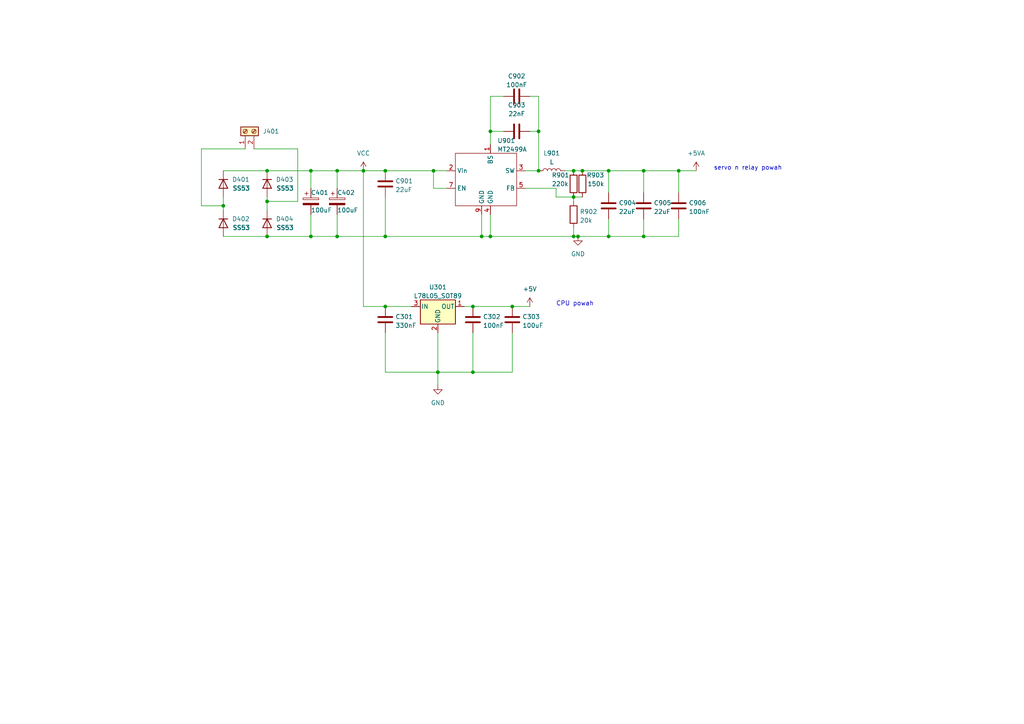
<source format=kicad_sch>
(kicad_sch (version 20230121) (generator eeschema)
  (paper "A4")
  (lib_symbols
    (symbol "Connector:Screw_Terminal_01x02" (pin_names (offset 1.016) hide)
      (property "Reference" "J" (at 0 2.54 0))
      (property "Value" "Screw_Terminal_01x02" (at 0 -5.08 0))
      (symbol "Screw_Terminal_01x02_1_1"
        (rectangle (start -1.27 1.27) (end 1.27 -3.81) (stroke (width 0.254)) (fill (type background)))
        (circle (center 0 -2.54) (radius 0.635) (stroke (width 0.1524)))
        (polyline (pts (xy -0.5334 -2.2098) (xy 0.3302 -3.048)) (stroke (width 0.1524)))
        (polyline (pts (xy -0.5334 0.3302) (xy 0.3302 -0.508)) (stroke (width 0.1524)))
        (polyline (pts (xy -0.3556 -2.032) (xy 0.508 -2.8702)) (stroke (width 0.1524)))
        (polyline (pts (xy -0.3556 0.508) (xy 0.508 -0.3302)) (stroke (width 0.1524)))
        (circle (center 0 0) (radius 0.635) (stroke (width 0.1524)))
        (pin passive line (at -5.08 0 0) (length 3.81) (name "Pin_1") (number "1"))
        (pin passive line (at -5.08 -2.54 0) (length 3.81) (name "Pin_2") (number "2"))
      )
    )
    (symbol "Device:C" (pin_numbers hide) (pin_names (offset 0.254))
      (property "Reference" "C" (at 0.635 2.54 0))
      (property "Value" "C" (at 0.635 -2.54 0))
      (symbol "C_0_1"
        (polyline (pts (xy -2.032 -0.762) (xy 2.032 -0.762)) (stroke (width 0.508)))
        (polyline (pts (xy -2.032 0.762) (xy 2.032 0.762)) (stroke (width 0.508)))
      )
      (symbol "C_1_1"
        (pin passive line (at 0 3.81 270) (length 2.794) (name "~") (number "1"))
        (pin passive line (at 0 -3.81 90) (length 2.794) (name "~") (number "2"))
      )
    )
    (symbol "Device:C_Polarized" (pin_numbers hide) (pin_names (offset 0.254))
      (property "Reference" "C" (at 0.635 2.54 0))
      (property "Value" "C_Polarized" (at 0.635 -2.54 0))
      (symbol "C_Polarized_0_1"
        (rectangle (start -2.286 0.508) (end 2.286 1.016))
        (polyline (pts (xy -1.778 2.286) (xy -0.762 2.286)))
        (polyline (pts (xy -1.27 2.794) (xy -1.27 1.778)))
        (rectangle (start 2.286 -0.508) (end -2.286 -1.016) (fill (type outline)))
      )
      (symbol "C_Polarized_1_1"
        (pin passive line (at 0 3.81 270) (length 2.794) (name "~") (number "1"))
        (pin passive line (at 0 -3.81 90) (length 2.794) (name "~") (number "2"))
      )
    )
    (symbol "Device:L" (pin_numbers hide) (pin_names (offset 1.016) hide)
      (property "Reference" "L" (at -1.27 0 90))
      (property "Value" "L" (at 1.905 0 90))
      (symbol "L_0_1"
        (arc (start 0 -2.54) (mid 0.6323 -1.905) (end 0 -1.27))
        (arc (start 0 -1.27) (mid 0.6323 -0.635) (end 0 0))
        (arc (start 0 0) (mid 0.6323 0.635) (end 0 1.27))
        (arc (start 0 1.27) (mid 0.6323 1.905) (end 0 2.54))
      )
      (symbol "L_1_1"
        (pin passive line (at 0 3.81 270) (length 1.27) (name "1") (number "1"))
        (pin passive line (at 0 -3.81 90) (length 1.27) (name "2") (number "2"))
      )
    )
    (symbol "Device:R" (pin_numbers hide) (pin_names (offset 0))
      (property "Reference" "R" (at 2.032 0 90))
      (property "Value" "R" (at 0 0 90))
      (symbol "R_0_1"
        (rectangle (start -1.016 -2.54) (end 1.016 2.54) (stroke (width 0.254)))
      )
      (symbol "R_1_1"
        (pin passive line (at 0 3.81 270) (length 1.27) (name "~") (number "1"))
        (pin passive line (at 0 -3.81 90) (length 1.27) (name "~") (number "2"))
      )
    )
    (symbol "Regulator_Linear:L78L05_SOT89" (pin_names (offset 0.254))
      (property "Reference" "U" (at -3.81 3.175 0))
      (property "Value" "L78L05_SOT89" (at -0.635 3.175 0))
      (symbol "L78L05_SOT89_0_1"
        (rectangle (start -5.08 1.905) (end 5.08 -5.08) (stroke (width 0.254)) (fill (type background)))
      )
      (symbol "L78L05_SOT89_1_1"
        (pin power_out line (at 7.62 0 180) (length 2.54) (name "OUT") (number "1"))
        (pin power_in line (at 0 -7.62 90) (length 2.54) (name "GND") (number "2"))
        (pin power_in line (at -7.62 0 0) (length 2.54) (name "IN") (number "3"))
      )
    )
    (symbol "custom_kicad_lib_sk:MT499A"
      (property "Reference" "U1" (at 2.0194 9.999 0))
      (property "Value" "MT499A" (at 2.0194 7.4621 0))
      (symbol "MT499A_0_1"
        (rectangle (start -10.16 6.35) (end 7.62 -8.89) (stroke (width 0.1524)))
      )
      (symbol "MT499A_1_1"
        (pin input line (at 0 8.89 270) (length 2.54) (name "BS") (number "1"))
        (pin power_in line (at -12.7 1.27 0) (length 2.54) (name "Vin") (number "2"))
        (pin input line (at 10.16 1.27 180) (length 2.54) (name "SW") (number "3"))
        (pin power_in line (at 0 -11.43 90) (length 2.54) (name "GND") (number "4"))
        (pin input line (at 10.16 -3.81 180) (length 2.54) (name "FB") (number "5"))
        (pin no_connect line (at 8.89 -11.43 180) (length 2.54) hide (name "NC") (number "6"))
        (pin input line (at -12.7 -3.81 0) (length 2.54) (name "EN") (number "7"))
        (pin no_connect line (at 8.89 -13.97 180) (length 2.54) hide (name "NC") (number "8"))
        (pin input line (at -2.54 -11.43 90) (length 2.54) (name "GND") (number "9"))
      )
    )
    (symbol "custom_kicad_lib_sk:SS53" (pin_numbers hide) (pin_names (offset 1.016) hide)
      (property "Reference" "D" (at 0 2.54 0))
      (property "Value" "SS53" (at 0 -1.27 0))
      (symbol "SS53_0_1"
        (polyline (pts (xy -1.27 2.54) (xy -1.27 0)) (stroke (width 0.254)))
        (polyline (pts (xy 1.27 1.27) (xy -1.27 1.27)))
        (polyline (pts (xy 1.27 2.54) (xy 1.27 0) (xy -1.27 1.27) (xy 1.27 2.54)) (stroke (width 0.254)))
      )
      (symbol "SS53_1_1"
        (pin passive line (at -3.81 1.27 0) (length 2.54) (name "K") (number "1"))
        (pin passive line (at 3.81 1.27 180) (length 2.54) (name "A") (number "2"))
      )
    )
    (symbol "power:+5V" (power) (pin_names (offset 0))
      (property "Value" "+5V" (at 0 3.556 0))
      (symbol "+5V_0_1"
        (polyline (pts (xy -0.762 1.27) (xy 0 2.54)))
        (polyline (pts (xy 0 0) (xy 0 2.54)))
        (polyline (pts (xy 0 2.54) (xy 0.762 1.27)))
      )
      (symbol "+5V_1_1"
        (pin power_in line (at 0 0 90) (length 0) hide (name "+5V") (number "1"))
      )
    )
    (symbol "power:+5VA" (power) (pin_names (offset 0))
      (property "Value" "+5VA" (at 0 3.556 0))
      (symbol "+5VA_0_1"
        (polyline (pts (xy -0.762 1.27) (xy 0 2.54)))
        (polyline (pts (xy 0 0) (xy 0 2.54)))
        (polyline (pts (xy 0 2.54) (xy 0.762 1.27)))
      )
      (symbol "+5VA_1_1"
        (pin power_in line (at 0 0 90) (length 0) hide (name "+5VA") (number "1"))
      )
    )
    (symbol "power:GND" (power) (pin_names (offset 0))
      (property "Value" "GND" (at 0 -3.81 0))
      (symbol "GND_0_1"
        (polyline (pts (xy 0 0) (xy 0 -1.27) (xy 1.27 -1.27) (xy 0 -2.54) (xy -1.27 -1.27) (xy 0 -1.27)))
      )
      (symbol "GND_1_1"
        (pin power_in line (at 0 0 270) (length 0) hide (name "GND") (number "1"))
      )
    )
    (symbol "power:VCC" (power) (pin_names (offset 0))
      (property "Value" "VCC" (at 0 3.81 0))
      (symbol "VCC_0_1"
        (polyline (pts (xy -0.762 1.27) (xy 0 2.54)))
        (polyline (pts (xy 0 0) (xy 0 2.54)))
        (polyline (pts (xy 0 2.54) (xy 0.762 1.27)))
      )
      (symbol "VCC_1_1"
        (pin power_in line (at 0 0 90) (length 0) hide (name "VCC") (number "1"))
      )
    )
  )
  (junction (at 111.76 68.58))
  (junction (at 137.16 88.9))
  (junction (at 186.69 68.58))
  (junction (at 90.17 49.53))
  (junction (at 186.69 49.53))
  (junction (at 105.41 49.53))
  (junction (at 176.53 49.53))
  (junction (at 97.79 68.58))
  (junction (at 148.59 88.9))
  (junction (at 127 107.95))
  (junction (at 77.47 49.53))
  (junction (at 111.76 88.9))
  (junction (at 125.73 49.53))
  (junction (at 196.85 49.53))
  (junction (at 168.91 49.53))
  (junction (at 167.64 68.58))
  (junction (at 111.76 49.53))
  (junction (at 166.37 57.15))
  (junction (at 90.17 68.58))
  (junction (at 166.37 49.53))
  (junction (at 137.16 107.95))
  (junction (at 139.7 68.58))
  (junction (at 97.79 49.53))
  (junction (at 166.37 68.58))
  (junction (at 156.21 49.53))
  (junction (at 77.47 68.58))
  (junction (at 77.47 58.42))
  (junction (at 64.77 59.69))
  (junction (at 156.21 38.1))
  (junction (at 176.53 68.58))
  (junction (at 142.24 38.1))
  (junction (at 142.24 68.58))
  (wire (pts (xy 125.73 49.53) (xy 129.54 49.53)))
  (wire (pts (xy 111.76 88.9) (xy 119.38 88.9)))
  (wire (pts (xy 166.37 68.58) (xy 166.37 66.04)))
  (wire (pts (xy 90.17 68.58) (xy 97.79 68.58)))
  (wire (pts (xy 90.17 49.53) (xy 97.79 49.53)))
  (wire (pts (xy 71.12 43.18) (xy 58.42 43.18)))
  (wire (pts (xy 176.53 68.58) (xy 167.64 68.58)))
  (wire (pts (xy 168.91 49.53) (xy 176.53 49.53)))
  (wire (pts (xy 86.36 43.18) (xy 73.66 43.18)))
  (wire (pts (xy 105.41 88.9) (xy 111.76 88.9)))
  (wire (pts (xy 139.7 62.23) (xy 139.7 68.58)))
  (wire (pts (xy 201.93 49.53) (xy 196.85 49.53)))
  (wire (pts (xy 139.7 68.58) (xy 111.76 68.58)))
  (wire (pts (xy 166.37 57.15) (xy 166.37 58.42)))
  (wire (pts (xy 137.16 96.52) (xy 137.16 107.95)))
  (wire (pts (xy 166.37 49.53) (xy 168.91 49.53)))
  (wire (pts (xy 77.47 68.58) (xy 90.17 68.58)))
  (wire (pts (xy 186.69 63.5) (xy 186.69 68.58)))
  (wire (pts (xy 97.79 49.53) (xy 105.41 49.53)))
  (wire (pts (xy 111.76 49.53) (xy 125.73 49.53)))
  (wire (pts (xy 127 107.95) (xy 127 111.76)))
  (wire (pts (xy 64.77 57.15) (xy 64.77 59.69)))
  (wire (pts (xy 176.53 49.53) (xy 186.69 49.53)))
  (wire (pts (xy 90.17 49.53) (xy 90.17 54.61)))
  (wire (pts (xy 186.69 68.58) (xy 176.53 68.58)))
  (wire (pts (xy 105.41 49.53) (xy 105.41 88.9)))
  (wire (pts (xy 142.24 68.58) (xy 139.7 68.58)))
  (wire (pts (xy 111.76 107.95) (xy 127 107.95)))
  (wire (pts (xy 77.47 57.15) (xy 77.47 58.42)))
  (wire (pts (xy 186.69 49.53) (xy 196.85 49.53)))
  (wire (pts (xy 166.37 68.58) (xy 142.24 68.58)))
  (wire (pts (xy 161.29 54.61) (xy 161.29 57.15)))
  (wire (pts (xy 146.05 27.94) (xy 142.24 27.94)))
  (wire (pts (xy 148.59 96.52) (xy 148.59 107.95)))
  (wire (pts (xy 97.79 62.23) (xy 97.79 68.58)))
  (wire (pts (xy 152.4 49.53) (xy 156.21 49.53)))
  (wire (pts (xy 163.83 49.53) (xy 166.37 49.53)))
  (wire (pts (xy 156.21 38.1) (xy 156.21 27.94)))
  (wire (pts (xy 186.69 49.53) (xy 186.69 55.88)))
  (wire (pts (xy 97.79 68.58) (xy 111.76 68.58)))
  (wire (pts (xy 148.59 88.9) (xy 153.67 88.9)))
  (wire (pts (xy 86.36 43.18) (xy 86.36 58.42)))
  (wire (pts (xy 142.24 27.94) (xy 142.24 38.1)))
  (wire (pts (xy 58.42 43.18) (xy 58.42 59.69)))
  (wire (pts (xy 90.17 62.23) (xy 90.17 68.58)))
  (wire (pts (xy 97.79 49.53) (xy 97.79 54.61)))
  (wire (pts (xy 111.76 96.52) (xy 111.76 107.95)))
  (wire (pts (xy 125.73 49.53) (xy 125.73 54.61)))
  (wire (pts (xy 77.47 49.53) (xy 90.17 49.53)))
  (wire (pts (xy 156.21 27.94) (xy 153.67 27.94)))
  (wire (pts (xy 196.85 63.5) (xy 196.85 68.58)))
  (wire (pts (xy 127 96.52) (xy 127 107.95)))
  (wire (pts (xy 156.21 49.53) (xy 156.21 38.1)))
  (wire (pts (xy 58.42 59.69) (xy 64.77 59.69)))
  (wire (pts (xy 176.53 63.5) (xy 176.53 68.58)))
  (wire (pts (xy 111.76 68.58) (xy 111.76 57.15)))
  (wire (pts (xy 176.53 55.88) (xy 176.53 49.53)))
  (wire (pts (xy 142.24 68.58) (xy 142.24 62.23)))
  (wire (pts (xy 137.16 107.95) (xy 148.59 107.95)))
  (wire (pts (xy 196.85 55.88) (xy 196.85 49.53)))
  (wire (pts (xy 142.24 38.1) (xy 146.05 38.1)))
  (wire (pts (xy 129.54 54.61) (xy 125.73 54.61)))
  (wire (pts (xy 166.37 57.15) (xy 168.91 57.15)))
  (wire (pts (xy 196.85 68.58) (xy 186.69 68.58)))
  (wire (pts (xy 77.47 58.42) (xy 77.47 60.96)))
  (wire (pts (xy 134.62 88.9) (xy 137.16 88.9)))
  (wire (pts (xy 105.41 49.53) (xy 111.76 49.53)))
  (wire (pts (xy 167.64 68.58) (xy 166.37 68.58)))
  (wire (pts (xy 77.47 58.42) (xy 86.36 58.42)))
  (wire (pts (xy 137.16 88.9) (xy 148.59 88.9)))
  (wire (pts (xy 64.77 59.69) (xy 64.77 60.96)))
  (wire (pts (xy 161.29 57.15) (xy 166.37 57.15)))
  (wire (pts (xy 64.77 49.53) (xy 77.47 49.53)))
  (wire (pts (xy 142.24 38.1) (xy 142.24 41.91)))
  (wire (pts (xy 127 107.95) (xy 137.16 107.95)))
  (wire (pts (xy 156.21 38.1) (xy 153.67 38.1)))
  (wire (pts (xy 64.77 68.58) (xy 77.47 68.58)))
  (wire (pts (xy 152.4 54.61) (xy 161.29 54.61)))
  (text "servo n relay powah" (at 207.01 49.53 0) (effects (font (size 1.27 1.27)) (justify left bottom)))
  (text "CPU powah" (at 161.29 88.9 0) (effects (font (size 1.27 1.27)) (justify left bottom)))
  (symbol (lib_id "custom_kicad_lib_sk:SS53") (at 76.2 53.34 270) (unit 1)
    (property "Reference" "D403" (at 80.01 52.07 90) (effects (justify left)))
    (property "Value" "SS53" (at 80.01 54.61 90) (effects (font bold) (justify left)))
    (property "Footprint" "Diode_SMD:D_SMA" (effects hide))
    (property "Sim.Device" "D" (effects hide))
    (property "Sim.Pins" "1=K 2=A" (effects hide))
    (property "JLCPCB Part#" "C8678" (effects hide))
  )
  (symbol (lib_id "power:GND") (at 127 111.76 0) (unit 1)
    (property "Reference" "#PWR0103" (effects hide))
    (property "Value" "GND" (at 127 116.84 0))
    (instances (project "GPIO_UNIT" (path "" (reference "#PWR0103") (unit 1))) (project "LDO" (path "" (reference "#PWR0102") (unit 1))))
  )
  (symbol (lib_id "Device:C") (at 149.86 38.1 90) (unit 1)
    (property "Reference" "C903" (at 149.86 30.48 90))
    (property "Value" "22nF" (at 149.86 33.02 90))
    (property "Footprint" "Capacitor_SMD:C_0402_1005Metric" (effects hide))
    (property "JLCPCB Part#" "C1532" (effects hide))
    (instances (project "GPIO_UNIT" (path "" (reference "C903") (unit 1))) (project "OS-servoDriver" (path "" (reference "C903") (unit 1))) (project "buck_5V" (path "" (reference "C903") (unit 1))) (project "general_schematics" (path "" (reference "C1503") (unit 1))))
  )
  (symbol (lib_id "Device:C") (at 137.16 92.71 0) (unit 1)
    (property "Reference" "C302" (at 140.081 91.8753 0) (effects (justify left)))
    (property "Value" "100nF" (at 140.081 94.4122 0) (effects (justify left)))
    (property "Footprint" "Capacitor_SMD:C_0603_1608Metric_Pad1.08x0.95mm_HandSolder" (effects hide))
    (property "JLCPCB Part#" "C14663" (effects hide))
    (instances (project "GPIO_UNIT" (path "" (reference "C302") (unit 1))) (project "LDO" (path "" (reference "C302") (unit 1))) (project "general_schematics" (path "" (reference "C1802") (unit 1))))
  )
  (symbol (lib_id "custom_kicad_lib_sk:SS53") (at 63.5 64.77 270) (unit 1)
    (property "Reference" "D402" (at 67.31 63.5 90) (effects (justify left)))
    (property "Value" "SS53" (at 67.31 66.04 90) (effects (font bold) (justify left)))
    (property "Footprint" "Diode_SMD:D_SMA" (effects hide))
    (property "Sim.Device" "D" (effects hide))
    (property "Sim.Pins" "1=K 2=A" (effects hide))
    (property "JLCPCB Part#" "C8678" (effects hide))
  )
  (symbol (lib_id "Device:R") (at 168.91 53.34 180) (unit 1)
    (property "Reference" "R903" (at 175.26 50.8 0) (effects (justify left)))
    (property "Value" "150k" (at 175.26 53.34 0) (effects (justify left)))
    (property "Footprint" "Resistor_SMD:R_0603_1608Metric" (effects hide))
    (property "JLCPCB Part#" "C22807" (effects hide))
    (instances (project "GPIO_UNIT" (path "" (reference "R903") (unit 1))) (project "buck_5V" (path "" (reference "R903") (unit 1))) (project "general_schematics" (path "" (reference "R1503") (unit 1))))
  )
  (symbol (lib_id "Device:C_Polarized") (at 97.79 58.42 0) (unit 1)
    (property "Reference" "C402" (at 97.79 55.88 0) (effects (justify left)))
    (property "Value" "100uF" (at 97.79 60.96 0) (effects (justify left)))
    (property "Footprint" "Capacitor_SMD:CP_Elec_6.3x5.8" (effects hide))
    (property "JLCPCB Part#" "C251011" (effects hide))
  )
  (symbol (lib_id "power:+5VA") (at 201.93 49.53 0) (unit 1)
    (property "Reference" "#PWR0710" (effects hide))
    (property "Value" "+5VA" (at 201.93 44.45 0))
  )
  (symbol (lib_id "Device:C") (at 149.86 27.94 90) (unit 1)
    (property "Reference" "C902" (at 149.86 22.0812 90))
    (property "Value" "100nF" (at 149.86 24.6181 90))
    (property "Footprint" "Capacitor_SMD:C_0402_1005Metric" (effects hide))
    (property "JLCPCB Part#" "C307331" (effects hide))
    (instances (project "GPIO_UNIT" (path "" (reference "C902") (unit 1))) (project "buck_5V" (path "" (reference "C902") (unit 1))) (project "general_schematics" (path "" (reference "C1502") (unit 1))))
  )
  (symbol (lib_id "Device:L") (at 160.02 49.53 90) (unit 1)
    (property "Reference" "L901" (at 160.02 44.45 90))
    (property "Value" "L" (at 160.02 46.99 90))
    (property "Footprint" "Inductor_SMD:L_Bourns-SRU8028_8.0x8.0mm" (effects hide))
    (property "JLCPCB Part#" "C92945" (effects hide))
    (instances (project "GPIO_UNIT" (path "" (reference "L901") (unit 1))) (project "OS-servoDriver" (path "" (reference "L901") (unit 1))) (project "buck_5V" (path "" (reference "L901") (unit 1))) (project "general_schematics" (path "" (reference "L1501") (unit 1))))
  )
  (symbol (lib_id "Regulator_Linear:L78L05_SOT89") (at 127 88.9 0) (unit 1)
    (property "Reference" "U301" (at 127 83.2952 0))
    (property "Value" "L78L05_SOT89" (at 127 85.8321 0))
    (property "Footprint" "Package_TO_SOT_SMD:SOT-89-3" (effects hide))
    (property "Datasheet" "http://www.st.com/content/ccc/resource/technical/document/datasheet/15/55/e5/aa/23/5b/43/fd/CD00000446.pdf/files/CD00000446.pdf/jcr:content/translations/en.CD00000446.pdf" (effects hide))
    (property "JLCPCB Part#" "C71136" (effects hide))
    (instances (project "GPIO_UNIT" (path "" (reference "U301") (unit 1))) (project "LDO" (path "" (reference "U301") (unit 1))) (project "general_schematics" (path "" (reference "U1801") (unit 1))))
  )
  (symbol (lib_id "power:VCC") (at 105.41 49.53 0) (unit 1)
    (property "Reference" "#PWR0116" (effects hide))
    (property "Value" "VCC" (at 105.41 44.45 0))
    (instances (project "GPIO_UNIT" (path "" (reference "#PWR0116") (unit 1))) (project "buck_5V" (path "" (reference "#PWR0103") (unit 1))))
  )
  (symbol (lib_id "Device:C") (at 186.69 59.69 0) (unit 1)
    (property "Reference" "C905" (at 189.611 58.8553 0) (effects (justify left)))
    (property "Value" "22uF" (at 189.611 61.3922 0) (effects (justify left)))
    (property "Footprint" "Capacitor_SMD:C_0603_1608Metric" (effects hide))
    (property "JLCPCB Part#" "C45783" (effects hide))
    (instances (project "GPIO_UNIT" (path "" (reference "C905") (unit 1))) (project "buck_5V" (path "" (reference "C905") (unit 1))) (project "general_schematics" (path "" (reference "C1505") (unit 1))))
  )
  (symbol (lib_id "custom_kicad_lib_sk:SS53") (at 63.5 53.34 270) (unit 1)
    (property "Reference" "D401" (at 67.31 52.07 90) (effects (justify left)))
    (property "Value" "SS53" (at 67.31 54.61 90) (effects (font bold) (justify left)))
    (property "Footprint" "Diode_SMD:D_SMA" (effects hide))
    (property "Sim.Device" "D" (effects hide))
    (property "Sim.Pins" "1=K 2=A" (effects hide))
    (property "JLCPCB Part#" "C8678" (effects hide))
  )
  (symbol (lib_id "Device:C") (at 111.76 53.34 0) (unit 1)
    (property "Reference" "C901" (at 114.681 52.5053 0) (effects (justify left)))
    (property "Value" "22uF" (at 114.681 55.0422 0) (effects (justify left)))
    (property "Footprint" "Capacitor_SMD:C_0603_1608Metric" (effects hide))
    (property "JLCPCB Part#" "C45783" (effects hide))
    (instances (project "GPIO_UNIT" (path "" (reference "C901") (unit 1))) (project "buck_5V" (path "" (reference "C901") (unit 1))) (project "general_schematics" (path "" (reference "C1501") (unit 1))))
  )
  (symbol (lib_id "Connector:Screw_Terminal_01x02") (at 71.12 38.1 90) (unit 1)
    (property "Reference" "J401" (at 76.2 38.1 90) (effects (justify right)))
    (property "Value" "Screw_Terminal_01x02" (effects hide))
    (property "Footprint" "TerminalBlock_Phoenix:TerminalBlock_Phoenix_MKDS-1,5-2-5.08_1x02_P5.08mm_Horizontal" (effects hide))
  )
  (symbol (lib_id "Device:R") (at 166.37 62.23 0) (unit 1)
    (property "Reference" "R902" (at 168.148 61.3953 0) (effects (justify left)))
    (property "Value" "20k" (at 168.148 63.9322 0) (effects (justify left)))
    (property "Footprint" "Resistor_SMD:R_0603_1608Metric" (effects hide))
    (property "JLCPCB Part#" "C4328" (effects hide))
    (instances (project "GPIO_UNIT" (path "" (reference "R902") (unit 1))) (project "buck_5V" (path "" (reference "R902") (unit 1))) (project "general_schematics" (path "" (reference "R1502") (unit 1))))
  )
  (symbol (lib_id "Device:C_Polarized") (at 90.17 58.42 0) (unit 1)
    (property "Reference" "C401" (at 90.17 55.88 0) (effects (justify left)))
    (property "Value" "100uF" (at 90.17 60.96 0) (effects (justify left)))
    (property "Footprint" "Capacitor_SMD:CP_Elec_6.3x5.8" (effects hide))
    (property "JLCPCB Part#" "C251011" (effects hide))
  )
  (symbol (lib_id "power:GND") (at 167.64 68.58 0) (unit 1)
    (property "Reference" "#PWR0117" (effects hide))
    (property "Value" "GND" (at 167.64 73.66 0))
    (instances (project "GPIO_UNIT" (path "" (reference "#PWR0117") (unit 1))) (project "buck_5V" (path "" (reference "#PWR0101") (unit 1))))
  )
  (symbol (lib_id "custom_kicad_lib_sk:MT499A") (at 142.24 50.8 0) (unit 1)
    (property "Reference" "U901" (at 144.2594 40.801 0) (effects (justify left)))
    (property "Value" "MT2499A" (at 144.2594 43.3379 0) (effects (justify left)))
    (property "Footprint" "Package_SO:TI_SO-PowerPAD-8" (effects hide))
    (property "Datasheet" "https://datasheet.lcsc.com/lcsc/2205121200_XI-AN-Aerosemi-Tech-MT2499A_C3007555.pdf" (effects hide))
    (property "JLCPCB Part#" "C3007555" (effects hide))
    (instances (project "GPIO_UNIT" (path "" (reference "U901") (unit 1))) (project "buck_5V" (path "" (reference "U901") (unit 1))) (project "general_schematics" (path "" (reference "U1501") (unit 1))))
  )
  (symbol (lib_id "Device:C") (at 176.53 59.69 0) (unit 1)
    (property "Reference" "C904" (at 179.451 58.8553 0) (effects (justify left)))
    (property "Value" "22uF" (at 179.451 61.3922 0) (effects (justify left)))
    (property "Footprint" "Capacitor_SMD:C_0603_1608Metric" (effects hide))
    (property "JLCPCB Part#" "C45783" (effects hide))
    (instances (project "GPIO_UNIT" (path "" (reference "C904") (unit 1))) (project "buck_5V" (path "" (reference "C904") (unit 1))) (project "general_schematics" (path "" (reference "C1504") (unit 1))))
  )
  (symbol (lib_id "Device:R") (at 166.37 53.34 0) (unit 1)
    (property "Reference" "R901" (at 160.02 50.8 0) (effects (justify left)))
    (property "Value" "220k" (at 160.02 53.34 0) (effects (justify left)))
    (property "Footprint" "Resistor_SMD:R_0603_1608Metric" (effects hide))
    (property "JLCPCB Part#" "C22961" (effects hide))
    (instances (project "GPIO_UNIT" (path "" (reference "R901") (unit 1))) (project "buck_5V" (path "" (reference "R901") (unit 1))) (project "general_schematics" (path "" (reference "R1501") (unit 1))))
  )
  (symbol (lib_id "power:+5V") (at 153.67 88.9 0) (unit 1)
    (property "Reference" "#PWR0104" (effects hide))
    (property "Value" "+5V" (at 153.67 83.82 0))
    (instances (project "GPIO_UNIT" (path "" (reference "#PWR0104") (unit 1))) (project "LDO" (path "" (reference "#PWR0101") (unit 1))))
  )
  (symbol (lib_id "Device:C") (at 196.85 59.69 0) (unit 1)
    (property "Reference" "C906" (at 199.771 58.8553 0) (effects (justify left)))
    (property "Value" "100nF" (at 199.771 61.3922 0) (effects (justify left)))
    (property "Footprint" "Capacitor_SMD:C_0402_1005Metric" (effects hide))
    (property "JLCPCB Part#" "C307331" (effects hide))
    (instances (project "GPIO_UNIT" (path "" (reference "C906") (unit 1))) (project "buck_5V" (path "" (reference "C906") (unit 1))) (project "general_schematics" (path "" (reference "C1506") (unit 1))))
  )
  (symbol (lib_id "custom_kicad_lib_sk:SS53") (at 76.2 64.77 270) (unit 1)
    (property "Reference" "D404" (at 80.01 63.5 90) (effects (justify left)))
    (property "Value" "SS53" (at 80.01 66.04 90) (effects (font bold) (justify left)))
    (property "Footprint" "Diode_SMD:D_SMA" (effects hide))
    (property "Sim.Device" "D" (effects hide))
    (property "Sim.Pins" "1=K 2=A" (effects hide))
    (property "JLCPCB Part#" "C8678" (effects hide))
  )
  (symbol (lib_id "Device:C") (at 111.76 92.71 0) (unit 1)
    (property "Reference" "C301" (at 114.681 91.8753 0) (effects (justify left)))
    (property "Value" "330nF" (at 114.681 94.4122 0) (effects (justify left)))
    (property "Footprint" "Capacitor_SMD:C_0603_1608Metric_Pad1.08x0.95mm_HandSolder" (effects hide))
    (property "JLCPCB Part#" "C1615" (effects hide))
    (instances (project "GPIO_UNIT" (path "" (reference "C301") (unit 1))) (project "LDO" (path "" (reference "C301") (unit 1))) (project "general_schematics" (path "" (reference "C1801") (unit 1))))
  )
  (symbol (lib_id "Device:C") (at 148.59 92.71 0) (unit 1)
    (property "Reference" "C303" (at 151.511 91.8753 0) (effects (justify left)))
    (property "Value" "100uF" (at 151.511 94.4122 0) (effects (justify left)))
    (property "Footprint" "Capacitor_SMD:C_1206_3216Metric_Pad1.33x1.80mm_HandSolder" (effects hide))
    (property "JLCPCB Part#" "C15008" (effects hide))
    (instances (project "GPIO_UNIT" (path "" (reference "C303") (unit 1))) (project "LDO" (path "" (reference "C303") (unit 1))) (project "general_schematics" (path "" (reference "C1803") (unit 1))))
  )
)
</source>
